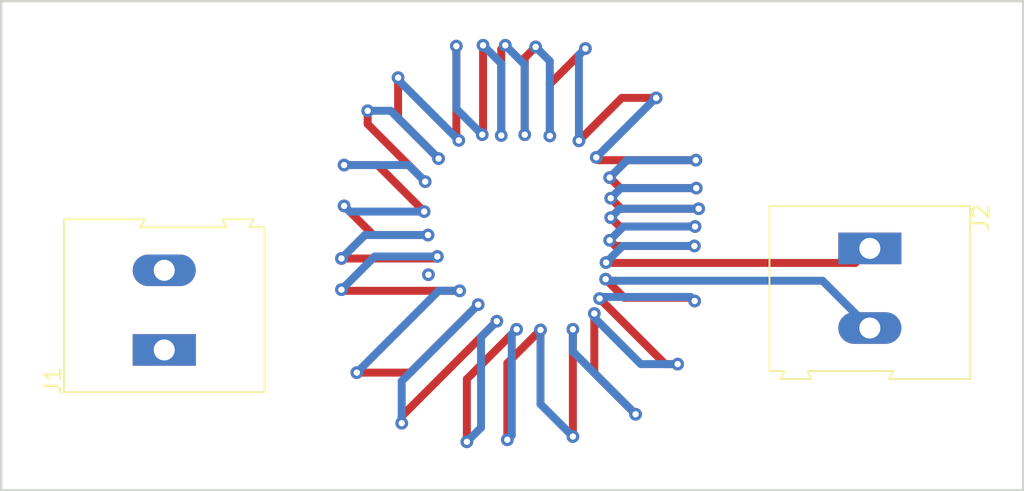
<source format=kicad_pcb>
(kicad_pcb (version 20211014) (generator pcbnew)
  (layers (0 "F.Cu" signal) (1 "In1.Cu" power) (2 "In2.Cu" power) (31 "B.Cu" signal) (34 "B.Paste" user) (35 "F.Paste" user) (36 "B.SilkS" user "B.Silkscreen") (37 "F.SilkS" user "F.Silkscreen") (38 "B.Mask" user) (39 "F.Mask" user) (44 "Edge.Cuts" user))
  (net 0 "")
  (net 1 "Net-(J1-Pad1)")
  (net 2 "Net-(J2-Pad1)")
  (footprint "TerminalBlock:TerminalBlock_Altech_AK300-2_P5.00mm" (layer "F.Cu") (at 157.0482 151.4348 -90)
    (fp_text reference "J2" (at -1.92 -6.99 90) (layer "F.SilkS"))
    (fp_text value "Screw_Terminal_01x02")
    (fp_line (start 7.7 6.3) (end 7.7 5.35) (layer "F.SilkS") (width 0.12))
    (fp_line (start 8.2 3.65) (end 7.7 3.9) (layer "F.SilkS") (width 0.12))
    (fp_line (start 8.2 5.6) (end 8.2 3.7) (layer "F.SilkS") (width 0.12))
    (fp_line (start 8.2 -6.3) (end -2.65 -6.3) (layer "F.SilkS") (width 0.12))
    (fp_line (start 8.2 3.7) (end 8.2 3.65) (layer "F.SilkS") (width 0.12))
    (fp_line (start -2.65 6.3) (end 7.7 6.3) (layer "F.SilkS") (width 0.12))
    (fp_line (start 7.7 -1.5) (end 8.2 -1.2) (layer "F.SilkS") (width 0.12))
    (fp_line (start 7.7 5.35) (end 8.2 5.6) (layer "F.SilkS") (width 0.12))
    (fp_line (start 8.2 -1.2) (end 8.2 -6.3) (layer "F.SilkS") (width 0.12))
    (fp_line (start -2.65 -6.3) (end -2.65 6.3) (layer "F.SilkS") (width 0.12))
    (fp_line (start 7.7 3.9) (end 7.7 -1.5) (layer "F.SilkS") (width 0.12))
    (pad "1" thru_hole rect (at 0 0 270) (size 1.98 3.96) (drill 1.32) (layers *.Cu *.Mask) (net 2 "Net-(J2-Pad1)"))
    (pad "2" thru_hole oval (at 5 0 270) (size 1.98 3.96) (drill 1.32) (layers *.Cu *.Mask) (net 2 "Net-(J2-Pad1)"))
  )
  (footprint "TerminalBlock:TerminalBlock_Altech_AK300-2_P5.00mm" (layer "F.Cu") (at 112.7506 157.8102 90)
    (fp_text reference "J1" (at -1.92 -6.99 90) (layer "F.SilkS"))
    (fp_text value "Screw_Terminal_01x02")
    (fp_line (start 7.7 3.9) (end 7.7 -1.5) (layer "F.SilkS") (width 0.12))
    (fp_line (start 7.7 6.3) (end 7.7 5.35) (layer "F.SilkS") (width 0.12))
    (fp_line (start 7.7 5.35) (end 8.2 5.6) (layer "F.SilkS") (width 0.12))
    (fp_line (start -2.65 6.3) (end 7.7 6.3) (layer "F.SilkS") (width 0.12))
    (fp_line (start 7.7 -1.5) (end 8.2 -1.2) (layer "F.SilkS") (width 0.12))
    (fp_line (start 8.2 -1.2) (end 8.2 -6.3) (layer "F.SilkS") (width 0.12))
    (fp_line (start 8.2 3.65) (end 7.7 3.9) (layer "F.SilkS") (width 0.12))
    (fp_line (start -2.65 -6.3) (end -2.65 6.3) (layer "F.SilkS") (width 0.12))
    (fp_line (start 8.2 3.7) (end 8.2 3.65) (layer "F.SilkS") (width 0.12))
    (fp_line (start 8.2 5.6) (end 8.2 3.7) (layer "F.SilkS") (width 0.12))
    (fp_line (start 8.2 -6.3) (end -2.65 -6.3) (layer "F.SilkS") (width 0.12))
    (pad "1" thru_hole rect (at 0 0 90) (size 1.98 3.96) (drill 1.32) (layers *.Cu *.Mask) (net 1 "Net-(J1-Pad1)"))
    (pad "2" thru_hole oval (at 5 0 90) (size 1.98 3.96) (drill 1.32) (layers *.Cu *.Mask) (net 1 "Net-(J1-Pad1)"))
  )
  (gr_rect (start 102.5144 135.9154) (end 166.6748 166.624) (layer "Edge.Cuts") (width 0.15) (fill none))
  (via (at 129.3368 153.0858) (size 0.8) (drill 0.4) (layers "F.Cu" "B.Cu") (net 1))
  (segment (start 141.3397 150.0632) (end 140.7809 149.5044) (width 0.5) (layer "F.Cu") (net 2))
  (segment (start 146.0359 151.2824) (end 141.0716 151.2824) (width 0.5) (layer "F.Cu") (net 2))
  (segment (start 134.1628 138.684) (end 133.9088 138.938) (width 0.5) (layer "F.Cu") (net 2))
  (segment (start 136.9568 141.1224) (end 136.9568 144.3736) (width 0.5) (layer "F.Cu") (net 2))
  (segment (start 131.7498 159.639) (end 134.874 156.5148) (width 0.5) (layer "F.Cu") (net 2))
  (segment (start 127.4318 143.256) (end 129.9718 145.796) (width 0.5) (layer "F.Cu") (net 2))
  (segment (start 131.7498 163.576) (end 131.7498 159.639) (width 0.5) (layer "F.Cu") (net 2))
  (segment (start 125.523012 142.795012) (end 125.523012 143.633212) (width 0.5) (layer "F.Cu") (net 2))
  (segment (start 144.1958 158.6992) (end 140.081 154.5844) (width 0.5) (layer "F.Cu") (net 2))
  (segment (start 135.382 139.4714) (end 135.382 144.2974) (width 0.5) (layer "F.Cu") (net 2))
  (segment (start 141.3764 147.6502) (end 140.716 146.9898) (width 0.5) (layer "F.Cu") (net 2))
  (segment (start 141.4413 148.9456) (end 140.7809 148.2852) (width 0.5) (layer "F.Cu") (net 2))
  (segment (start 157.0482 151.4348) (end 156.1338 152.3492) (width 0.5) (layer "F.Cu") (net 2))
  (segment (start 134.2898 158.6371) (end 136.3726 156.5543) (width 0.5) (layer "F.Cu") (net 2))
  (segment (start 146.1516 147.6502) (end 141.3764 147.6502) (width 0.5) (layer "F.Cu") (net 2))
  (segment (start 128.1938 159.2326) (end 132.461 154.9654) (width 0.5) (layer "F.Cu") (net 2))
  (segment (start 141.478 141.986) (end 138.7856 144.6784) (width 0.5) (layer "F.Cu") (net 2))
  (segment (start 145.8468 154.5336) (end 146.05 154.7368) (width 0.5) (layer "F.Cu") (net 2))
  (segment (start 127.6604 161.9758) (end 133.6294 156.0068) (width 0.5) (layer "F.Cu") (net 2))
  (segment (start 143.637 141.986) (end 141.478 141.986) (width 0.5) (layer "F.Cu") (net 2))
  (segment (start 141.0716 151.2824) (end 140.716 150.9268) (width 0.5) (layer "F.Cu") (net 2))
  (segment (start 125.8711 150.5966) (end 129.3114 150.5966) (width 0.5) (layer "F.Cu") (net 2))
  (segment (start 126.1477 146.2024) (end 129.0687 149.1234) (width 0.5) (layer "F.Cu") (net 2))
  (segment (start 141.6304 154.5336) (end 145.8468 154.5336) (width 0.5) (layer "F.Cu") (net 2))
  (segment (start 131.0894 144.5006) (end 131.2418 144.653) (width 0.5) (layer "F.Cu") (net 2))
  (segment (start 136.0678 138.7856) (end 135.382 139.4714) (width 0.5) (layer "F.Cu") (net 2))
  (segment (start 131.0894 138.7348) (end 131.0894 144.5006) (width 0.5) (layer "F.Cu") (net 2))
  (segment (start 140.462 153.3652) (end 141.6304 154.5336) (width 0.5) (layer "F.Cu") (net 2))
  (segment (start 144.9832 158.6992) (end 144.1958 158.6992) (width 0.5) (layer "F.Cu") (net 2))
  (segment (start 142.3416 161.8488) (end 139.7508 159.258) (width 0.5) (layer "F.Cu") (net 2))
  (segment (start 133.9088 138.938) (end 133.9088 144.3482) (width 0.5) (layer "F.Cu") (net 2))
  (segment (start 134.2898 163.449) (end 134.2898 158.6371) (width 0.5) (layer "F.Cu") (net 2))
  (segment (start 129.7686 152.0698) (end 129.8956 151.9428) (width 0.5) (layer "F.Cu") (net 2))
  (segment (start 146.0754 150.0632) (end 141.3397 150.0632) (width 0.5) (layer "F.Cu") (net 2))
  (segment (start 140.5128 152.3492) (end 140.4874 152.3238) (width 0.5) (layer "F.Cu") (net 2))
  (segment (start 123.8758 152.0698) (end 129.7686 152.0698) (width 0.5) (layer "F.Cu") (net 2))
  (segment (start 127.6604 162.4076) (end 127.6604 161.9758) (width 0.5) (layer "F.Cu") (net 2))
  (segment (start 139.192 138.8872) (end 136.9568 141.1224) (width 0.5) (layer "F.Cu") (net 2))
  (segment (start 123.948212 154.098012) (end 131.296388 154.098012) (width 0.5) (layer "F.Cu") (net 2))
  (segment (start 146.304 148.9456) (end 141.4413 148.9456) (width 0.5) (layer "F.Cu") (net 2))
  (segment (start 124.0423 148.7678) (end 125.8711 150.5966) (width 0.5) (layer "F.Cu") (net 2))
  (segment (start 146.1262 145.8976) (end 140.048024 145.8976) (width 0.5) (layer "F.Cu") (net 2))
  (segment (start 139.7508 159.258) (end 139.7508 155.5242) (width 0.5) (layer "F.Cu") (net 2))
  (segment (start 132.7658 144.2466) (end 132.715 144.2974) (width 0.5) (layer "F.Cu") (net 2))
  (segment (start 127.4318 140.716) (end 127.4318 143.256) (width 0.5) (layer "F.Cu") (net 2))
  (segment (start 156.1338 152.3492) (end 140.5128 152.3492) (width 0.5) (layer "F.Cu") (net 2))
  (segment (start 123.8758 154.0256) (end 123.948212 154.098012) (width 0.5) (layer "F.Cu") (net 2))
  (segment (start 124.841 159.2326) (end 128.1938 159.2326) (width 0.5) (layer "F.Cu") (net 2))
  (segment (start 124.0423 146.2024) (end 126.1477 146.2024) (width 0.5) (layer "F.Cu") (net 2))
  (segment (start 140.048024 145.8976) (end 139.874012 145.723588) (width 0.5) (layer "F.Cu") (net 2))
  (segment (start 138.4046 163.2458) (end 138.4046 156.5148) (width 0.5) (layer "F.Cu") (net 2))
  (segment (start 125.523012 143.633212) (end 129.1336 147.2438) (width 0.5) (layer "F.Cu") (net 2))
  (segment (start 132.7658 138.684) (end 132.7658 144.2466) (width 0.5) (layer "F.Cu") (net 2))
  (via (at 140.081 154.5844) (size 0.8) (drill 0.4) (layers "F.Cu" "B.Cu") (net 2))
  (via (at 136.9568 144.3736) (size 0.8) (drill 0.4) (layers "F.Cu" "B.Cu") (net 2))
  (via (at 131.2418 144.653) (size 0.8) (drill 0.4) (layers "F.Cu" "B.Cu") (net 2))
  (via (at 138.4046 156.5148) (size 0.8) (drill 0.4) (layers "F.Cu" "B.Cu") (net 2))
  (via (at 134.2898 163.449) (size 0.8) (drill 0.4) (layers "F.Cu" "B.Cu") (net 2))
  (via (at 146.1516 147.6502) (size 0.8) (drill 0.4) (layers "F.Cu" "B.Cu") (net 2))
  (via (at 146.304 148.9456) (size 0.8) (drill 0.4) (layers "F.Cu" "B.Cu") (net 2))
  (via (at 140.716 150.9268) (size 0.8) (drill 0.4) (layers "F.Cu" "B.Cu") (net 2))
  (via (at 129.1336 147.2438) (size 0.8) (drill 0.4) (layers "F.Cu" "B.Cu") (net 2))
  (via (at 133.9088 144.3482) (size 0.8) (drill 0.4) (layers "F.Cu" "B.Cu") (net 2))
  (via (at 138.4046 163.2458) (size 0.8) (drill 0.4) (layers "F.Cu" "B.Cu") (net 2))
  (via (at 129.3114 150.5966) (size 0.8) (drill 0.4) (layers "F.Cu" "B.Cu") (net 2))
  (via (at 139.7508 155.5242) (size 0.8) (drill 0.4) (layers "F.Cu" "B.Cu") (net 2))
  (via (at 140.7809 148.2852) (size 0.8) (drill 0.4) (layers "F.Cu" "B.Cu") (net 2))
  (via (at 132.461 154.9654) (size 0.8) (drill 0.4) (layers "F.Cu" "B.Cu") (net 2))
  (via (at 142.3416 161.8488) (size 0.8) (drill 0.4) (layers "F.Cu" "B.Cu") (net 2))
  (via (at 123.8758 152.0698) (size 0.8) (drill 0.4) (layers "F.Cu" "B.Cu") (net 2))
  (via (at 146.0754 150.0632) (size 0.8) (drill 0.4) (layers "F.Cu" "B.Cu") (net 2))
  (via (at 140.462 153.3652) (size 0.8) (drill 0.4) (layers "F.Cu" "B.Cu") (net 2))
  (via (at 134.874 156.5148) (size 0.8) (drill 0.4) (layers "F.Cu" "B.Cu") (net 2))
  (via (at 132.715 144.2974) (size 0.8) (drill 0.4) (layers "F.Cu" "B.Cu") (net 2))
  (via (at 139.192 138.8872) (size 0.8) (drill 0.4) (layers "F.Cu" "B.Cu") (net 2))
  (via (at 140.716 146.9898) (size 0.8) (drill 0.4) (layers "F.Cu" "B.Cu") (net 2))
  (via (at 139.874012 145.723588) (size 0.8) (drill 0.4) (layers "F.Cu" "B.Cu") (net 2))
  (via (at 132.7658 138.684) (size 0.8) (drill 0.4) (layers "F.Cu" "B.Cu") (net 2))
  (via (at 138.7856 144.6784) (size 0.8) (drill 0.4) (layers "F.Cu" "B.Cu") (net 2))
  (via (at 127.6604 162.4076) (size 0.8) (drill 0.4) (layers "F.Cu" "B.Cu") (net 2))
  (via (at 129.0687 149.1234) (size 0.8) (drill 0.4) (layers "F.Cu" "B.Cu") (net 2))
  (via (at 143.637 141.986) (size 0.8) (drill 0.4) (layers "F.Cu" "B.Cu") (net 2))
  (via (at 136.3726 156.5543) (size 0.8) (drill 0.4) (layers "F.Cu" "B.Cu") (net 2))
  (via (at 131.7498 163.576) (size 0.8) (drill 0.4) (layers "F.Cu" "B.Cu") (net 2))
  (via (at 133.6294 156.0068) (size 0.8) (drill 0.4) (layers "F.Cu" "B.Cu") (net 2))
  (via (at 127.4318 140.716) (size 0.8) (drill 0.4) (layers "F.Cu" "B.Cu") (net 2))
  (via (at 124.0423 146.2024) (size 0.8) (drill 0.4) (layers "F.Cu" "B.Cu") (net 2))
  (via (at 125.523012 142.795012) (size 0.8) (drill 0.4) (layers "F.Cu" "B.Cu") (net 2))
  (via (at 134.1628 138.684) (size 0.8) (drill 0.4) (layers "F.Cu" "B.Cu") (net 2))
  (via (at 131.296388 154.098012) (size 0.8) (drill 0.4) (layers "F.Cu" "B.Cu") (net 2))
  (via (at 140.7809 149.5044) (size 0.8) (drill 0.4) (layers "F.Cu" "B.Cu") (net 2))
  (via (at 124.0423 148.7678) (size 0.8) (drill 0.4) (layers "F.Cu" "B.Cu") (net 2))
  (via (at 146.05 154.7368) (size 0.8) (drill 0.4) (layers "F.Cu" "B.Cu") (net 2))
  (via (at 144.9832 158.6992) (size 0.8) (drill 0.4) (layers "F.Cu" "B.Cu") (net 2))
  (via (at 140.4874 152.3238) (size 0.8) (drill 0.4) (layers "F.Cu" "B.Cu") (net 2))
  (via (at 129.8956 151.9428) (size 0.8) (drill 0.4) (layers "F.Cu" "B.Cu") (net 2))
  (via (at 146.1262 145.8976) (size 0.8) (drill 0.4) (layers "F.Cu" "B.Cu") (net 2))
  (via (at 123.8758 154.0256) (size 0.8) (drill 0.4) (layers "F.Cu" "B.Cu") (net 2))
  (via (at 135.382 144.2974) (size 0.8) (drill 0.4) (layers "F.Cu" "B.Cu") (net 2))
  (via (at 136.0678 138.7856) (size 0.8) (drill 0.4) (layers "F.Cu" "B.Cu") (net 2))
  (via (at 124.841 159.2326) (size 0.8) (drill 0.4) (layers "F.Cu" "B.Cu") (net 2))
  (via (at 131.0894 138.7348) (size 0.8) (drill 0.4) (layers "F.Cu" "B.Cu") (net 2))
  (via (at 146.0359 151.2824) (size 0.8) (drill 0.4) (layers "F.Cu" "B.Cu") (net 2))
  (via (at 129.9718 145.796) (size 0.8) (drill 0.4) (layers "F.Cu" "B.Cu") (net 2))
  (segment (start 127.4318 140.843) (end 127.4318 140.716) (width 0.5) (layer "B.Cu") (net 2))
  (segment (start 131.0894 142.6718) (end 131.0894 138.7348) (width 0.5) (layer "B.Cu") (net 2))
  (segment (start 129.1336 147.2438) (end 128.0922 146.2024) (width 0.5) (layer "B.Cu") (net 2))
  (segment (start 131.296388 154.098012) (end 129.975588 154.098012) (width 0.5) (layer "B.Cu") (net 2))
  (segment (start 136.3726 161.2138) (end 136.3726 156.5543) (width 0.5) (layer "B.Cu") (net 2))
  (segment (start 131.7498 163.576) (end 132.6388 162.687) (width 0.5) (layer "B.Cu") (net 2))
  (segment (start 140.716 150.9268) (end 141.5796 150.0632) (width 0.5) (layer "B.Cu") (net 2))
  (segment (start 138.4046 163.2458) (end 136.3726 161.2138) (width 0.5) (layer "B.Cu") (net 2))
  (segment (start 144.9832 158.6992) (end 142.6718 158.6992) (width 0.5) (layer "B.Cu") (net 2))
  (segment (start 127.6604 162.4076) (end 127.6604 159.766) (width 0.5) (layer "B.Cu") (net 2))
  (segment (start 124.3979 149.1234) (end 124.0423 148.7678) (width 0.5) (layer "B.Cu") (net 2))
  (segment (start 138.4046 157.9118) (end 138.4046 156.5148) (width 0.5) (layer "B.Cu") (net 2))
  (segment (start 142.6718 158.6992) (end 139.7508 155.7782) (width 0.5) (layer "B.Cu") (net 2))
  (segment (start 129.975588 154.098012) (end 124.841 159.2326) (width 0.5) (layer "B.Cu") (net 2))
  (segment (start 138.7856 144.6784) (end 138.7856 139.2936) (width 0.5) (layer "B.Cu") (net 2))
  (segment (start 142.3416 161.8488) (end 138.4046 157.9118) (width 0.5) (layer "B.Cu") (net 2))
  (segment (start 139.7508 155.7782) (end 139.7508 155.5242) (width 0.5) (layer "B.Cu") (net 2))
  (segment (start 141.4159 147.6502) (end 146.1516 147.6502) (width 0.5) (layer "B.Cu") (net 2))
  (segment (start 143.6116 141.986) (end 143.637 141.986) (width 0.5) (layer "B.Cu") (net 2))
  (segment (start 132.715 144.2974) (end 131.0894 142.6718) (width 0.5) (layer "B.Cu") (net 2))
  (segment (start 131.2418 144.653) (end 127.4318 140.843) (width 0.5) (layer "B.Cu") (net 2))
  (segment (start 127.6604 159.766) (end 132.461 154.9654) (width 0.5) (layer "B.Cu") (net 2))
  (segment (start 136.9568 139.6746) (end 136.0678 138.7856) (width 0.5) (layer "B.Cu") (net 2))
  (segment (start 140.081 154.5844) (end 140.1826 154.4828) (width 0.5) (layer "B.Cu") (net 2))
  (segment (start 128.0922 146.2024) (end 124.0423 146.2024) (width 0.5) (layer "B.Cu") (net 2))
  (segment (start 134.2898 163.449) (end 134.5692 163.1696) (width 0.5) (layer "B.Cu") (net 2))
  (segment (start 140.716 146.9898) (end 141.8082 145.8976) (width 0.5) (layer "B.Cu") (net 2))
  (segment (start 126.970812 142.795012) (end 125.523012 142.795012) (width 0.5) (layer "B.Cu") (net 2))
  (segment (start 140.7809 148.2852) (end 141.4159 147.6502) (width 0.5) (layer "B.Cu") (net 2))
  (segment (start 125.349 150.5966) (end 123.8758 152.0698) (width 0.5) (layer "B.Cu") (net 2))
  (segment (start 140.1826 154.4828) (end 145.796 154.4828) (width 0.5) (layer "B.Cu") (net 2))
  (segment (start 141.8082 145.8976) (end 146.1262 145.8976) (width 0.5) (layer "B.Cu") (net 2))
  (segment (start 125.9586 151.9428) (end 123.8758 154.0256) (width 0.5) (layer "B.Cu") (net 2))
  (segment (start 133.9088 144.3482) (end 133.9088 139.827) (width 0.5) (layer "B.Cu") (net 2))
  (segment (start 132.6388 156.9974) (end 133.6294 156.0068) (width 0.5) (layer "B.Cu") (net 2))
  (segment (start 134.5692 163.1696) (end 134.5692 156.8196) (width 0.5) (layer "B.Cu") (net 2))
  (segment (start 140.4874 152.3238) (end 141.5288 151.2824) (width 0.5) (layer "B.Cu") (net 2))
  (segment (start 129.8956 151.9428) (end 125.9586 151.9428) (width 0.5) (layer "B.Cu") (net 2))
  (segment (start 135.382 144.2974) (end 135.382 139.9032) (width 0.5) (layer "B.Cu") (net 2))
  (segment (start 139.874012 145.723588) (end 143.6116 141.986) (width 0.5) (layer "B.Cu") (net 2))
  (segment (start 141.5796 150.0632) (end 146.0754 150.0632) (width 0.5) (layer "B.Cu") (net 2))
  (segment (start 129.0687 149.1234) (end 124.3979 149.1234) (width 0.5) (layer "B.Cu") (net 2))
  (segment (start 154.0802 153.4668) (end 157.0482 156.4348) (width 0.5) (layer "B.Cu") (net 2))
  (segment (start 140.462 153.3652) (end 140.5636 153.4668) (width 0.5) (layer "B.Cu") (net 2))
  (segment (start 132.6388 162.687) (end 132.6388 156.9974) (width 0.5) (layer "B.Cu") (net 2))
  (segment (start 134.5692 156.8196) (end 134.874 156.5148) (width 0.5) (layer "B.Cu") (net 2))
  (segment (start 141.5288 151.2824) (end 146.0359 151.2824) (width 0.5) (layer "B.Cu") (net 2))
  (segment (start 129.9718 145.796) (end 126.970812 142.795012) (width 0.5) (layer "B.Cu") (net 2))
  (segment (start 138.7856 139.2936) (end 139.192 138.8872) (width 0.5) (layer "B.Cu") (net 2))
  (segment (start 133.9088 139.827) (end 132.7658 138.684) (width 0.5) (layer "B.Cu") (net 2))
  (segment (start 129.3114 150.5966) (end 125.349 150.5966) (width 0.5) (layer "B.Cu") (net 2))
  (segment (start 140.5636 153.4668) (end 154.0802 153.4668) (width 0.5) (layer "B.Cu") (net 2))
  (segment (start 145.796 154.4828) (end 146.05 154.7368) (width 0.5) (layer "B.Cu") (net 2))
  (segment (start 140.7809 149.5044) (end 141.3397 148.9456) (width 0.5) (layer "B.Cu") (net 2))
  (segment (start 135.382 139.9032) (end 134.1628 138.684) (width 0.5) (layer "B.Cu") (net 2))
  (segment (start 136.9568 144.3736) (end 136.9568 139.6746) (width 0.5) (layer "B.Cu") (net 2))
  (segment (start 141.3397 148.9456) (end 146.304 148.9456) (width 0.5) (layer "B.Cu") (net 2))
)
</source>
